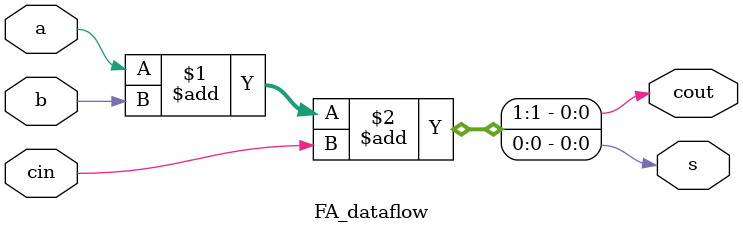
<source format=v>
module FA_dataflow(input a, b, cin, output s, cout);
    assign {cout, s} = a + b + cin;   
endmodule

</source>
